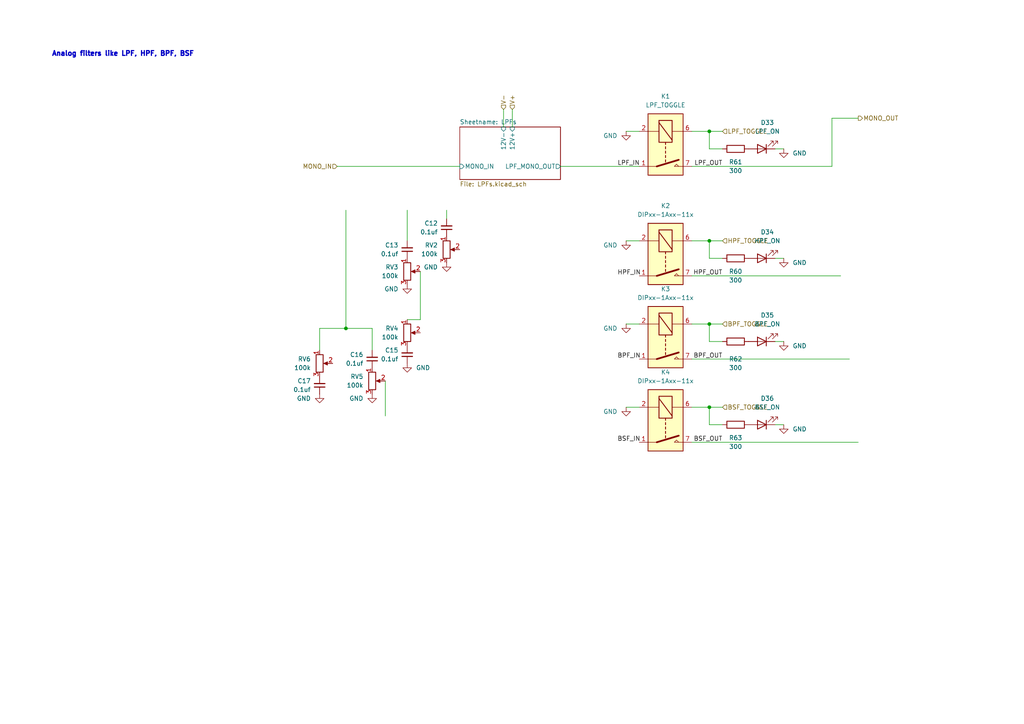
<source format=kicad_sch>
(kicad_sch (version 20250114) (generator "eeschema") (generator_version "9.0")
  (paper "A4")
  (title_block (date "2025-07-21") (rev "2"))
  (lib_symbols
    (symbol "Device:C_Small" (pin_numbers (hide yes)) (pin_names (offset 0.254) (hide yes))
      (property "Reference" "C" (at 0.254 1.778 0))
      (property "Value" "C_Small" (at 0.254 -2.032 0))
      (symbol "C_Small_0_1"
        (polyline (pts (xy -1.524 0.508) (xy 1.524 0.508)) (stroke (width 0.3048)))
        (polyline (pts (xy -1.524 -0.508) (xy 1.524 -0.508)) (stroke (width 0.3302)))
      )
      (symbol "C_Small_1_1"
        (pin passive line (at 0 2.54 270) (length 2.032) (name "~") (number "1"))
        (pin passive line (at 0 -2.54 90) (length 2.032) (name "~") (number "2"))
      )
    )
    (symbol "Device:LED" (pin_numbers (hide yes)) (pin_names (offset 1.016) (hide yes))
      (property "Reference" "D" (at 0 2.54 0))
      (property "Value" "LED" (at 0 -2.54 0))
      (symbol "LED_0_1"
        (polyline (pts (xy -3.048 -0.762) (xy -4.572 -2.286) (xy -3.81 -2.286) (xy -4.572 -2.286) (xy -4.572 -1.524)))
        (polyline (pts (xy -1.778 -0.762) (xy -3.302 -2.286) (xy -2.54 -2.286) (xy -3.302 -2.286) (xy -3.302 -1.524)))
        (polyline (pts (xy -1.27 0) (xy 1.27 0)))
        (polyline (pts (xy -1.27 -1.27) (xy -1.27 1.27)) (stroke (width 0.254)))
        (polyline (pts (xy 1.27 -1.27) (xy 1.27 1.27) (xy -1.27 0) (xy 1.27 -1.27)) (stroke (width 0.254)))
      )
      (symbol "LED_1_1"
        (pin passive line (at -3.81 0 0) (length 2.54) (name "K") (number "1"))
        (pin passive line (at 3.81 0 180) (length 2.54) (name "A") (number "2"))
      )
    )
    (symbol "Device:R" (pin_numbers (hide yes)) (pin_names (offset 0))
      (property "Reference" "R" (at 2.032 0 90))
      (property "Value" "R" (at 0 0 90))
      (symbol "R_0_1"
        (rectangle (start -1.016 -2.54) (end 1.016 2.54) (stroke (width 0.254)))
      )
      (symbol "R_1_1"
        (pin passive line (at 0 3.81 270) (length 1.27) (name "~") (number "1"))
        (pin passive line (at 0 -3.81 90) (length 1.27) (name "~") (number "2"))
      )
    )
    (symbol "Device:R_Potentiometer" (pin_names (offset 1.016) (hide yes))
      (property "Reference" "RV" (at -4.445 0 90))
      (property "Value" "R_Potentiometer" (at -2.54 0 90))
      (symbol "R_Potentiometer_0_1"
        (rectangle (start 1.016 2.54) (end -1.016 -2.54) (stroke (width 0.254)))
        (polyline (pts (xy 1.143 0) (xy 2.286 0.508) (xy 2.286 -0.508) (xy 1.143 0)) (fill (type outline)))
        (polyline (pts (xy 2.54 0) (xy 1.524 0)))
      )
      (symbol "R_Potentiometer_1_1"
        (pin passive line (at 0 3.81 270) (length 1.27) (name "1") (number "1"))
        (pin passive line (at 0 -3.81 90) (length 1.27) (name "3") (number "3"))
        (pin passive line (at 3.81 0 180) (length 1.27) (name "2") (number "2"))
      )
    )
    (symbol "Relay:DIPxx-1Axx-11x"
      (property "Reference" "K" (at 8.89 3.81 0))
      (property "Value" "DIPxx-1Axx-11x" (at 8.89 1.27 0))
      (symbol "DIPxx-1Axx-11x_0_0"
        (polyline (pts (xy 5.08 5.08) (xy 5.08 2.54) (xy 4.445 3.175) (xy 5.08 3.81)))
      )
      (symbol "DIPxx-1Axx-11x_0_1"
        (rectangle (start -10.16 5.08) (end 7.62 -5.08) (stroke (width 0.254)) (fill (type background)))
        (rectangle (start -8.255 1.905) (end -1.905 -1.905) (stroke (width 0.254)))
        (polyline (pts (xy -7.62 -1.905) (xy -2.54 1.905)) (stroke (width 0.254)))
        (polyline (pts (xy -5.08 5.08) (xy -5.08 1.905)))
        (polyline (pts (xy -5.08 -5.08) (xy -5.08 -1.905)))
        (polyline (pts (xy -1.905 0) (xy -1.27 0)) (stroke (width 0.254)))
        (polyline (pts (xy -0.635 0) (xy 0 0)) (stroke (width 0.254)))
        (polyline (pts (xy 0.635 0) (xy 1.27 0)) (stroke (width 0.254)))
        (polyline (pts (xy 1.905 0) (xy 2.54 0)) (stroke (width 0.254)))
        (polyline (pts (xy 3.175 0) (xy 3.81 0)) (stroke (width 0.254)))
        (polyline (pts (xy 5.08 -2.54) (xy 3.175 3.81)) (stroke (width 0.508)))
        (polyline (pts (xy 5.08 -2.54) (xy 5.08 -5.08)))
      )
      (symbol "DIPxx-1Axx-11x_1_1"
        (pin passive line (at -5.08 7.62 270) (length 2.54) (name "~") (number "6"))
        (pin passive line (at -5.08 -7.62 90) (length 2.54) (name "~") (number "2"))
        (pin passive line (at 5.08 7.62 270) (length 2.54) (name "~") (number "7"))
        (pin passive line (at 5.08 7.62 270) (length 2.54) (hide yes) (name "~") (number "8"))
        (pin passive line (at 5.08 -7.62 90) (length 2.54) (name "~") (number "1"))
        (pin passive line (at 5.08 -7.62 90) (length 2.54) (hide yes) (name "~") (number "14"))
      )
    )
    (symbol "power:GND" (power) (pin_numbers (hide yes)) (pin_names (offset 0) (hide yes))
      (property "Value" "GND" (at 0 -3.81 0))
      (symbol "GND_0_1"
        (polyline (pts (xy 0 0) (xy 0 -1.27) (xy 1.27 -1.27) (xy 0 -2.54) (xy -1.27 -1.27) (xy 0 -1.27)))
      )
      (symbol "GND_1_1"
        (pin power_in line (at 0 0 270) (length 0) (name "~") (number "1"))
      )
    )
  )
  (text "Analog filters like LPF, HPF, BPF, BSF" (at 56.388 16.51 0) (effects (font (size 1.397 1.397) (thickness 1.1989) (bold yes)) (justify right bottom)))
  (junction (at 205.74 38.1))
  (junction (at 205.74 69.85))
  (junction (at 205.74 118.11))
  (junction (at 205.74 93.98))
  (junction (at 100.33 95.25))
  (wire (pts (xy 148.59 31.75) (xy 148.59 36.83)))
  (wire (pts (xy 209.55 118.11) (xy 205.74 118.11)))
  (wire (pts (xy 224.79 123.19) (xy 227.33 123.19)))
  (wire (pts (xy 118.11 60.96) (xy 118.11 69.85)))
  (wire (pts (xy 146.05 31.75) (xy 146.05 36.83)))
  (wire (pts (xy 92.71 95.25) (xy 100.33 95.25)))
  (wire (pts (xy 209.55 93.98) (xy 205.74 93.98)))
  (wire (pts (xy 97.79 48.26) (xy 133.35 48.26)))
  (wire (pts (xy 205.74 69.85) (xy 200.66 69.85)))
  (wire (pts (xy 209.55 38.1) (xy 205.74 38.1)))
  (wire (pts (xy 224.79 43.18) (xy 227.33 43.18)))
  (wire (pts (xy 185.42 93.98) (xy 181.61 93.98)))
  (wire (pts (xy 121.92 92.71) (xy 118.11 92.71)))
  (wire (pts (xy 121.92 78.74) (xy 121.92 92.71)))
  (wire (pts (xy 205.74 99.06) (xy 205.74 93.98)))
  (wire (pts (xy 111.76 120.65) (xy 111.76 110.49)))
  (wire (pts (xy 205.74 74.93) (xy 205.74 69.85)))
  (wire (pts (xy 185.42 118.11) (xy 181.61 118.11)))
  (wire (pts (xy 209.55 43.18) (xy 205.74 43.18)))
  (wire (pts (xy 205.74 38.1) (xy 200.66 38.1)))
  (wire (pts (xy 209.55 123.19) (xy 205.74 123.19)))
  (wire (pts (xy 100.33 95.25) (xy 107.95 95.25)))
  (wire (pts (xy 200.66 80.01) (xy 243.84 80.01)))
  (wire (pts (xy 205.74 43.18) (xy 205.74 38.1)))
  (wire (pts (xy 92.71 101.6) (xy 92.71 95.25)))
  (wire (pts (xy 205.74 93.98) (xy 200.66 93.98)))
  (wire (pts (xy 224.79 99.06) (xy 227.33 99.06)))
  (wire (pts (xy 205.74 118.11) (xy 200.66 118.11)))
  (wire (pts (xy 162.56 48.26) (xy 185.42 48.26)))
  (wire (pts (xy 129.54 60.96) (xy 129.54 63.5)))
  (wire (pts (xy 185.42 69.85) (xy 181.61 69.85)))
  (wire (pts (xy 200.66 104.14) (xy 246.38 104.14)))
  (wire (pts (xy 209.55 69.85) (xy 205.74 69.85)))
  (wire (pts (xy 241.3 48.26) (xy 241.3 34.29)))
  (wire (pts (xy 205.74 123.19) (xy 205.74 118.11)))
  (wire (pts (xy 209.55 99.06) (xy 205.74 99.06)))
  (wire (pts (xy 200.66 48.26) (xy 241.3 48.26)))
  (wire (pts (xy 100.33 60.96) (xy 100.33 95.25)))
  (wire (pts (xy 107.95 95.25) (xy 107.95 101.6)))
  (wire (pts (xy 224.79 74.93) (xy 227.33 74.93)))
  (wire (pts (xy 241.3 34.29) (xy 248.92 34.29)))
  (wire (pts (xy 200.66 128.27) (xy 248.92 128.27)))
  (wire (pts (xy 209.55 74.93) (xy 205.74 74.93)))
  (wire (pts (xy 185.42 38.1) (xy 181.61 38.1)))
  (label "BPF_OUT" (at 209.55 104.14 180))
  (label "BPF_IN" (at 179.07 104.14 0))
  (label "BSF_IN" (at 179.07 128.27 0))
  (label "LPF_IN" (at 179.07 48.26 0))
  (label "HPF_IN" (at 179.07 80.01 0))
  (label "BSF_OUT" (at 209.55 128.27 180))
  (label "HPF_OUT" (at 209.55 80.01 180))
  (label "LPF_OUT" (at 209.55 48.26 180))
  (hierarchical_label "HPF_TOGGLE" (shape input) (at 209.55 69.85 0))
  (hierarchical_label "LPF_TOGGLE" (shape input) (at 209.55 38.1 0))
  (hierarchical_label "MONO_OUT" (shape output) (at 248.92 34.29 0))
  (hierarchical_label "MONO_IN" (shape input) (at 97.79 48.26 180))
  (hierarchical_label "BPF_TOGGLE" (shape input) (at 209.55 93.98 0))
  (hierarchical_label "V+" (shape input) (at 148.59 31.75 90))
  (hierarchical_label "BSF_TOGGLE" (shape input) (at 209.55 118.11 0))
  (hierarchical_label "V-" (shape input) (at 146.05 31.75 90))
  (symbol (lib_id "power:GND") (at 118.11 105.41 0) (unit 1)
    (property "Reference" "#PWR0136" (effects (hide yes)))
    (property "Value" "GND" (at 120.65 106.6799 0) (effects (justify left)))
    (property "Description" "Power symbol creates a global label with name \"GND\" , ground" (effects (hide yes)))
  )
  (symbol (lib_id "Device:LED") (at 220.98 99.06 180) (unit 1)
    (property "Reference" "D35" (at 222.5675 91.44 0))
    (property "Value" "BPF_ON" (at 222.5675 93.98 0))
    (property "Footprint" "LED_SMD:LED_0603_1608Metric" (effects (hide yes)))
    (property "Description" "Light emitting diode" (effects (hide yes)))
    (property "Sim.Pins" "1=K 2=A" (effects (hide yes)))
  )
  (symbol (lib_id "Device:LED") (at 220.98 74.93 180) (unit 1)
    (property "Reference" "D34" (at 222.5675 67.31 0))
    (property "Value" "HPF_ON" (at 222.5675 69.85 0))
    (property "Footprint" "LED_SMD:LED_0603_1608Metric" (effects (hide yes)))
    (property "Description" "Light emitting diode" (effects (hide yes)))
    (property "Sim.Pins" "1=K 2=A" (effects (hide yes)))
  )
  (symbol (lib_id "power:GND") (at 227.33 43.18 0) (unit 1)
    (property "Reference" "#PWR0149" (effects (hide yes)))
    (property "Value" "GND" (at 229.87 44.4499 0) (effects (justify left)))
    (property "Description" "Power symbol creates a global label with name \"GND\" , ground" (effects (hide yes)))
  )
  (symbol (lib_id "Device:LED") (at 220.98 43.18 180) (unit 1)
    (property "Reference" "D33" (at 222.5675 35.56 0))
    (property "Value" "LPF_ON" (at 222.5675 38.1 0))
    (property "Footprint" "LED_SMD:LED_0603_1608Metric" (effects (hide yes)))
    (property "Description" "Light emitting diode" (effects (hide yes)))
    (property "Sim.Pins" "1=K 2=A" (effects (hide yes)))
  )
  (symbol (lib_id "power:GND") (at 107.95 114.3 0) (unit 1)
    (property "Reference" "#PWR0152" (effects (hide yes)))
    (property "Value" "GND" (at 105.41 115.5699 0) (effects (justify right)))
    (property "Description" "Power symbol creates a global label with name \"GND\" , ground" (effects (hide yes)))
  )
  (symbol (lib_id "Device:C_Small") (at 118.11 102.87 180) (unit 1)
    (property "Reference" "C15" (at 115.57 101.5935 0) (effects (justify left)))
    (property "Value" "0.1uf" (at 115.57 104.1335 0) (effects (justify left)))
    (property "Footprint" "Capacitor_SMD:C_0805_2012Metric" (effects (hide yes)))
    (property "Description" "Unpolarized capacitor, small symbol" (effects (hide yes)))
  )
  (symbol (lib_id "power:GND") (at 181.61 69.85 0) (mirror y) (unit 1)
    (property "Reference" "#PWR0133" (effects (hide yes)))
    (property "Value" "GND" (at 179.07 71.1199 0) (effects (justify left)))
    (property "Description" "Power symbol creates a global label with name \"GND\" , ground" (effects (hide yes)))
  )
  (symbol (lib_id "Device:R") (at 213.36 74.93 90) (unit 1)
    (property "Reference" "R60" (at 213.36 78.74 90))
    (property "Value" "300" (at 213.36 81.28 90))
    (property "Footprint" "Resistor_SMD:R_0805_2012Metric_Pad1.20x1.40mm_HandSolder" (effects (hide yes)))
    (property "Description" "Resistor" (effects (hide yes)))
    (property "DigiKey_Part_Number" "311-10.0KCRCT-ND" (effects (hide yes)))
    (property "Price" "0.0129" (effects (hide yes)))
  )
  (symbol (lib_id "Device:R_Potentiometer") (at 118.11 96.52 0) (unit 1)
    (property "Reference" "RV4" (at 115.57 95.2499 0) (effects (justify right)))
    (property "Value" "100k" (at 115.57 97.7899 0) (effects (justify right)))
    (property "Footprint" "Potentiometer_THT:Potentiometer_Alps_RK09Y11_Single_Horizontal" (effects (hide yes)))
    (property "Description" "Potentiometer" (effects (hide yes)))
  )
  (symbol (lib_id "Device:R_Potentiometer") (at 107.95 110.49 0) (unit 1)
    (property "Reference" "RV5" (at 105.41 109.2199 0) (effects (justify right)))
    (property "Value" "100k" (at 105.41 111.7599 0) (effects (justify right)))
    (property "Footprint" "Potentiometer_THT:Potentiometer_Alps_RK09Y11_Single_Horizontal" (effects (hide yes)))
    (property "Description" "Potentiometer" (effects (hide yes)))
  )
  (symbol (lib_id "power:GND") (at 129.54 76.2 0) (unit 1)
    (property "Reference" "#PWR0114" (effects (hide yes)))
    (property "Value" "GND" (at 127 77.4699 0) (effects (justify right)))
    (property "Description" "Power symbol creates a global label with name \"GND\" , ground" (effects (hide yes)))
  )
  (symbol (lib_id "Relay:DIPxx-1Axx-11x") (at 193.04 99.06 270) (unit 1)
    (property "Reference" "K3" (at 193.04 83.82 90))
    (property "Value" "DIPxx-1Axx-11x" (at 193.04 86.36 90))
    (property "Footprint" "Relay_THT:Relay_StandexMeder_DIP_LowProfile" (effects (hide yes)))
    (property "Datasheet" "https://standexelectronics.com/wp-content/uploads/datasheet_reed_relay_DIP.pdf" (effects (hide yes)))
    (property "Description" "Standex Meder DIP reed relay, SPST, Closing Contact" (effects (hide yes)))
  )
  (symbol (lib_id "power:GND") (at 227.33 74.93 0) (unit 1)
    (property "Reference" "#PWR0111" (effects (hide yes)))
    (property "Value" "GND" (at 229.87 76.1999 0) (effects (justify left)))
    (property "Description" "Power symbol creates a global label with name \"GND\" , ground" (effects (hide yes)))
  )
  (symbol (lib_id "Device:R") (at 213.36 99.06 90) (unit 1)
    (property "Reference" "R62" (at 213.36 104.14 90))
    (property "Value" "300" (at 213.36 106.68 90))
    (property "Footprint" "Resistor_SMD:R_0805_2012Metric_Pad1.20x1.40mm_HandSolder" (effects (hide yes)))
    (property "Description" "Resistor" (effects (hide yes)))
    (property "DigiKey_Part_Number" "311-10.0KCRCT-ND" (effects (hide yes)))
    (property "Price" "0.0129" (effects (hide yes)))
  )
  (symbol (lib_id "Device:R") (at 213.36 123.19 90) (unit 1)
    (property "Reference" "R63" (at 213.36 127 90))
    (property "Value" "300" (at 213.36 129.54 90))
    (property "Footprint" "Resistor_SMD:R_0805_2012Metric_Pad1.20x1.40mm_HandSolder" (effects (hide yes)))
    (property "Description" "Resistor" (effects (hide yes)))
    (property "DigiKey_Part_Number" "311-10.0KCRCT-ND" (effects (hide yes)))
    (property "Price" "0.0129" (effects (hide yes)))
  )
  (symbol (lib_id "Device:LED") (at 220.98 123.19 180) (unit 1)
    (property "Reference" "D36" (at 222.5675 115.57 0))
    (property "Value" "BSF_ON" (at 222.5675 118.11 0))
    (property "Footprint" "LED_SMD:LED_0603_1608Metric" (effects (hide yes)))
    (property "Description" "Light emitting diode" (effects (hide yes)))
    (property "Sim.Pins" "1=K 2=A" (effects (hide yes)))
  )
  (symbol (lib_id "Device:C_Small") (at 118.11 72.39 180) (unit 1)
    (property "Reference" "C13" (at 115.57 71.1135 0) (effects (justify left)))
    (property "Value" "0.1uf" (at 115.57 73.6535 0) (effects (justify left)))
    (property "Footprint" "Capacitor_SMD:C_0805_2012Metric" (effects (hide yes)))
    (property "Description" "Unpolarized capacitor, small symbol" (effects (hide yes)))
  )
  (symbol (lib_id "Relay:DIPxx-1Axx-11x") (at 193.04 123.19 270) (unit 1)
    (property "Reference" "K4" (at 193.04 107.95 90))
    (property "Value" "DIPxx-1Axx-11x" (at 193.04 110.49 90))
    (property "Footprint" "Relay_THT:Relay_StandexMeder_DIP_LowProfile" (effects (hide yes)))
    (property "Datasheet" "https://standexelectronics.com/wp-content/uploads/datasheet_reed_relay_DIP.pdf" (effects (hide yes)))
    (property "Description" "Standex Meder DIP reed relay, SPST, Closing Contact" (effects (hide yes)))
  )
  (symbol (lib_id "power:GND") (at 181.61 38.1 0) (mirror y) (unit 1)
    (property "Reference" "#PWR0128" (effects (hide yes)))
    (property "Value" "GND" (at 179.07 39.3699 0) (effects (justify left)))
    (property "Description" "Power symbol creates a global label with name \"GND\" , ground" (effects (hide yes)))
  )
  (symbol (lib_id "Device:C_Small") (at 107.95 104.14 180) (unit 1)
    (property "Reference" "C16" (at 105.41 102.8635 0) (effects (justify left)))
    (property "Value" "0.1uf" (at 105.41 105.4035 0) (effects (justify left)))
    (property "Footprint" "Capacitor_SMD:C_0805_2012Metric" (effects (hide yes)))
    (property "Description" "Unpolarized capacitor, small symbol" (effects (hide yes)))
  )
  (symbol (lib_id "power:GND") (at 227.33 123.19 0) (unit 1)
    (property "Reference" "#PWR0151" (effects (hide yes)))
    (property "Value" "GND" (at 229.87 124.4599 0) (effects (justify left)))
    (property "Description" "Power symbol creates a global label with name \"GND\" , ground" (effects (hide yes)))
  )
  (symbol (lib_id "power:GND") (at 118.11 82.55 0) (unit 1)
    (property "Reference" "#PWR0119" (effects (hide yes)))
    (property "Value" "GND" (at 115.57 83.8199 0) (effects (justify right)))
    (property "Description" "Power symbol creates a global label with name \"GND\" , ground" (effects (hide yes)))
  )
  (symbol (lib_id "power:GND") (at 181.61 93.98 0) (mirror y) (unit 1)
    (property "Reference" "#PWR0134" (effects (hide yes)))
    (property "Value" "GND" (at 179.07 95.2499 0) (effects (justify left)))
    (property "Description" "Power symbol creates a global label with name \"GND\" , ground" (effects (hide yes)))
  )
  (symbol (lib_id "Device:R_Potentiometer") (at 92.71 105.41 0) (unit 1)
    (property "Reference" "RV6" (at 90.17 104.1399 0) (effects (justify right)))
    (property "Value" "100k" (at 90.17 106.6799 0) (effects (justify right)))
    (property "Footprint" "Potentiometer_THT:Potentiometer_Alps_RK09Y11_Single_Horizontal" (effects (hide yes)))
    (property "Description" "Potentiometer" (effects (hide yes)))
  )
  (symbol (lib_id "Relay:DIPxx-1Axx-11x") (at 193.04 43.18 270) (unit 1)
    (property "Reference" "K1" (at 193.04 27.94 90))
    (property "Value" "LPF_TOGGLE" (at 193.04 30.48 90))
    (property "Footprint" "Relay_THT:Relay_StandexMeder_DIP_LowProfile" (effects (hide yes)))
    (property "Datasheet" "https://standexelectronics.com/wp-content/uploads/datasheet_reed_relay_DIP.pdf" (effects (hide yes)))
    (property "Description" "Standex Meder DIP reed relay, SPST, Closing Contact" (effects (hide yes)))
  )
  (symbol (lib_id "power:GND") (at 227.33 99.06 0) (unit 1)
    (property "Reference" "#PWR0150" (effects (hide yes)))
    (property "Value" "GND" (at 229.87 100.3299 0) (effects (justify left)))
    (property "Description" "Power symbol creates a global label with name \"GND\" , ground" (effects (hide yes)))
  )
  (symbol (lib_id "Device:R") (at 213.36 43.18 90) (unit 1)
    (property "Reference" "R61" (at 213.36 46.99 90))
    (property "Value" "300" (at 213.36 49.53 90))
    (property "Footprint" "Resistor_SMD:R_0805_2012Metric_Pad1.20x1.40mm_HandSolder" (effects (hide yes)))
    (property "Description" "Resistor" (effects (hide yes)))
    (property "DigiKey_Part_Number" "311-10.0KCRCT-ND" (effects (hide yes)))
    (property "Price" "0.0129" (effects (hide yes)))
  )
  (symbol (lib_id "power:GND") (at 92.71 114.3 0) (unit 1)
    (property "Reference" "#PWR0155" (effects (hide yes)))
    (property "Value" "GND" (at 90.17 115.5699 0) (effects (justify right)))
    (property "Description" "Power symbol creates a global label with name \"GND\" , ground" (effects (hide yes)))
  )
  (symbol (lib_id "Relay:DIPxx-1Axx-11x") (at 193.04 74.93 270) (unit 1)
    (property "Reference" "K2" (at 193.04 59.69 90))
    (property "Value" "DIPxx-1Axx-11x" (at 193.04 62.23 90))
    (property "Footprint" "Relay_THT:Relay_StandexMeder_DIP_LowProfile" (effects (hide yes)))
    (property "Datasheet" "https://standexelectronics.com/wp-content/uploads/datasheet_reed_relay_DIP.pdf" (effects (hide yes)))
    (property "Description" "Standex Meder DIP reed relay, SPST, Closing Contact" (effects (hide yes)))
  )
  (symbol (lib_id "Device:C_Small") (at 129.54 66.04 180) (unit 1)
    (property "Reference" "C12" (at 127 64.7635 0) (effects (justify left)))
    (property "Value" "0.1uf" (at 127 67.3035 0) (effects (justify left)))
    (property "Footprint" "Capacitor_SMD:C_0805_2012Metric" (effects (hide yes)))
    (property "Description" "Unpolarized capacitor, small symbol" (effects (hide yes)))
  )
  (symbol (lib_id "power:GND") (at 181.61 118.11 0) (mirror y) (unit 1)
    (property "Reference" "#PWR0135" (effects (hide yes)))
    (property "Value" "GND" (at 179.07 119.3799 0) (effects (justify left)))
    (property "Description" "Power symbol creates a global label with name \"GND\" , ground" (effects (hide yes)))
  )
  (symbol (lib_id "Device:C_Small") (at 92.71 111.76 180) (unit 1)
    (property "Reference" "C17" (at 90.17 110.4835 0) (effects (justify left)))
    (property "Value" "0.1uf" (at 90.17 113.0235 0) (effects (justify left)))
    (property "Footprint" "Capacitor_SMD:C_0805_2012Metric" (effects (hide yes)))
    (property "Description" "Unpolarized capacitor, small symbol" (effects (hide yes)))
  )
  (symbol (lib_id "Device:R_Potentiometer") (at 118.11 78.74 0) (unit 1)
    (property "Reference" "RV3" (at 115.57 77.4699 0) (effects (justify right)))
    (property "Value" "100k" (at 115.57 80.0099 0) (effects (justify right)))
    (property "Footprint" "Potentiometer_THT:Potentiometer_Alps_RK09Y11_Single_Horizontal" (effects (hide yes)))
    (property "Description" "Potentiometer" (effects (hide yes)))
  )
  (symbol (lib_id "Device:R_Potentiometer") (at 129.54 72.39 0) (unit 1)
    (property "Reference" "RV2" (at 127 71.1199 0) (effects (justify right)))
    (property "Value" "100k" (at 127 73.6599 0) (effects (justify right)))
    (property "Footprint" "Potentiometer_THT:Potentiometer_Alps_RK09Y11_Single_Horizontal" (effects (hide yes)))
    (property "Description" "Potentiometer" (effects (hide yes)))
  )
  (sheet (at 133.35 36.83) (size 29.21 15.24) (stroke (width 0.1524))
    (property "Sheetname" "LPFs" (at 133.35 36.1184 0) (show_name yes) (effects (justify left bottom)))
    (property "Sheetfile" "LPFs.kicad_sch" (at 133.35 52.6546 0) (effects (justify left top)))
    (pin "MONO_IN" input (at 133.35 48.26 180))
    (pin "LPF_MONO_OUT" output (at 162.56 48.26 0))
    (pin "12V-" input (at 146.05 36.83 90))
    (pin "12V+" input (at 148.59 36.83 90))
  )
)
</source>
